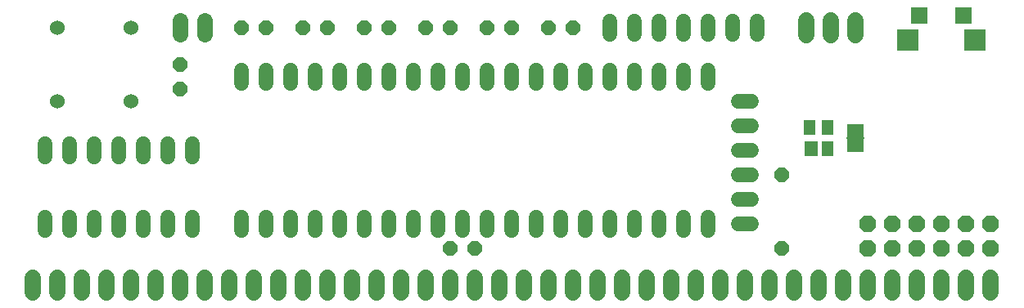
<source format=gts>
G75*
%MOIN*%
%OFA0B0*%
%FSLAX24Y24*%
%IPPOS*%
%LPD*%
%AMOC8*
5,1,8,0,0,1.08239X$1,22.5*
%
%ADD10C,0.0600*%
%ADD11OC8,0.0680*%
%ADD12C,0.0680*%
%ADD13OC8,0.0600*%
%ADD14C,0.0600*%
%ADD15R,0.0474X0.0647*%
%ADD16R,0.0552X0.0647*%
%ADD17R,0.0710X0.0540*%
%ADD18R,0.0720X0.0060*%
%ADD19R,0.0680X0.0680*%
%ADD20R,0.0905X0.0905*%
%ADD21C,0.0640*%
D10*
X001180Y003420D02*
X001180Y003940D01*
X002180Y003940D02*
X002180Y003420D01*
X003180Y003420D02*
X003180Y003940D01*
X004180Y003940D02*
X004180Y003420D01*
X005180Y003420D02*
X005180Y003940D01*
X006180Y003940D02*
X006180Y003420D01*
X007180Y003420D02*
X007180Y003940D01*
X009180Y003940D02*
X009180Y003420D01*
X010180Y003420D02*
X010180Y003940D01*
X011180Y003940D02*
X011180Y003420D01*
X012180Y003420D02*
X012180Y003940D01*
X013180Y003940D02*
X013180Y003420D01*
X014180Y003420D02*
X014180Y003940D01*
X015180Y003940D02*
X015180Y003420D01*
X016180Y003420D02*
X016180Y003940D01*
X017180Y003940D02*
X017180Y003420D01*
X018180Y003420D02*
X018180Y003940D01*
X019180Y003940D02*
X019180Y003420D01*
X020180Y003420D02*
X020180Y003940D01*
X021180Y003940D02*
X021180Y003420D01*
X022180Y003420D02*
X022180Y003940D01*
X023180Y003940D02*
X023180Y003420D01*
X024180Y003420D02*
X024180Y003940D01*
X025180Y003940D02*
X025180Y003420D01*
X026180Y003420D02*
X026180Y003940D01*
X027180Y003940D02*
X027180Y003420D01*
X028180Y003420D02*
X028180Y003940D01*
X029420Y003680D02*
X029940Y003680D01*
X029940Y004680D02*
X029420Y004680D01*
X029420Y005680D02*
X029940Y005680D01*
X029940Y006680D02*
X029420Y006680D01*
X029420Y007680D02*
X029940Y007680D01*
X029940Y008680D02*
X029420Y008680D01*
X028180Y009420D02*
X028180Y009940D01*
X027180Y009940D02*
X027180Y009420D01*
X026180Y009420D02*
X026180Y009940D01*
X025180Y009940D02*
X025180Y009420D01*
X024180Y009420D02*
X024180Y009940D01*
X023180Y009940D02*
X023180Y009420D01*
X022180Y009420D02*
X022180Y009940D01*
X021180Y009940D02*
X021180Y009420D01*
X020180Y009420D02*
X020180Y009940D01*
X019180Y009940D02*
X019180Y009420D01*
X018180Y009420D02*
X018180Y009940D01*
X017180Y009940D02*
X017180Y009420D01*
X016180Y009420D02*
X016180Y009940D01*
X015180Y009940D02*
X015180Y009420D01*
X014180Y009420D02*
X014180Y009940D01*
X013180Y009940D02*
X013180Y009420D01*
X012180Y009420D02*
X012180Y009940D01*
X011180Y009940D02*
X011180Y009420D01*
X010180Y009420D02*
X010180Y009940D01*
X009180Y009940D02*
X009180Y009420D01*
X007180Y006940D02*
X007180Y006420D01*
X006180Y006420D02*
X006180Y006940D01*
X005180Y006940D02*
X005180Y006420D01*
X004180Y006420D02*
X004180Y006940D01*
X003180Y006940D02*
X003180Y006420D01*
X002180Y006420D02*
X002180Y006940D01*
X001180Y006940D02*
X001180Y006420D01*
X024180Y011420D02*
X024180Y011940D01*
X025180Y011940D02*
X025180Y011420D01*
X026180Y011420D02*
X026180Y011940D01*
X027180Y011940D02*
X027180Y011420D01*
X028180Y011420D02*
X028180Y011940D01*
X029180Y011940D02*
X029180Y011420D01*
X030180Y011420D02*
X030180Y011940D01*
D11*
X034680Y003680D03*
X035680Y003680D03*
X036680Y003680D03*
X037680Y003680D03*
X038680Y003680D03*
X039680Y003680D03*
X039680Y002680D03*
X038680Y002680D03*
X037680Y002680D03*
X036680Y002680D03*
X035680Y002680D03*
X034680Y002680D03*
D12*
X000680Y001480D02*
X000680Y000880D01*
X001680Y000880D02*
X001680Y001480D01*
X002680Y001480D02*
X002680Y000880D01*
X003680Y000880D02*
X003680Y001480D01*
X004680Y001480D02*
X004680Y000880D01*
X005680Y000880D02*
X005680Y001480D01*
X006680Y001480D02*
X006680Y000880D01*
X007680Y000880D02*
X007680Y001480D01*
X008680Y001480D02*
X008680Y000880D01*
X009680Y000880D02*
X009680Y001480D01*
X010680Y001480D02*
X010680Y000880D01*
X011680Y000880D02*
X011680Y001480D01*
X012680Y001480D02*
X012680Y000880D01*
X013680Y000880D02*
X013680Y001480D01*
X014680Y001480D02*
X014680Y000880D01*
X015680Y000880D02*
X015680Y001480D01*
X016680Y001480D02*
X016680Y000880D01*
X017680Y000880D02*
X017680Y001480D01*
X018680Y001480D02*
X018680Y000880D01*
X019680Y000880D02*
X019680Y001480D01*
X020680Y001480D02*
X020680Y000880D01*
X021680Y000880D02*
X021680Y001480D01*
X022680Y001480D02*
X022680Y000880D01*
X023680Y000880D02*
X023680Y001480D01*
X024680Y001480D02*
X024680Y000880D01*
X025680Y000880D02*
X025680Y001480D01*
X026680Y001480D02*
X026680Y000880D01*
X027680Y000880D02*
X027680Y001480D01*
X028680Y001480D02*
X028680Y000880D01*
X029680Y000880D02*
X029680Y001480D01*
X030680Y001480D02*
X030680Y000880D01*
X031680Y000880D02*
X031680Y001480D01*
X032680Y001480D02*
X032680Y000880D01*
X033680Y000880D02*
X033680Y001480D01*
X034680Y001480D02*
X034680Y000880D01*
X035680Y000880D02*
X035680Y001480D01*
X036680Y001480D02*
X036680Y000880D01*
X037680Y000880D02*
X037680Y001480D01*
X038680Y001480D02*
X038680Y000880D01*
X039680Y000880D02*
X039680Y001480D01*
X034180Y011380D02*
X034180Y011980D01*
X033180Y011980D02*
X033180Y011380D01*
X032180Y011380D02*
X032180Y011980D01*
D13*
X022680Y011680D03*
X021680Y011680D03*
X020180Y011680D03*
X019180Y011680D03*
X017680Y011680D03*
X016680Y011680D03*
X015180Y011680D03*
X014180Y011680D03*
X012680Y011680D03*
X011680Y011680D03*
X010180Y011680D03*
X009180Y011680D03*
X006680Y010180D03*
X006680Y009180D03*
X017680Y002680D03*
X018680Y002680D03*
X031180Y002680D03*
X031180Y005680D03*
D14*
X004680Y008680D03*
X001680Y008680D03*
X001680Y011680D03*
X004680Y011680D03*
D15*
X032306Y007613D03*
X033054Y007613D03*
X033054Y006747D03*
D16*
X032385Y006747D03*
D17*
X034180Y006880D03*
X034180Y007480D03*
D18*
X034180Y007180D03*
D19*
X036795Y012170D03*
X038565Y012170D03*
D20*
X039060Y011190D03*
X036300Y011190D03*
D21*
X007680Y011400D02*
X007680Y011960D01*
X006680Y011960D02*
X006680Y011400D01*
M02*

</source>
